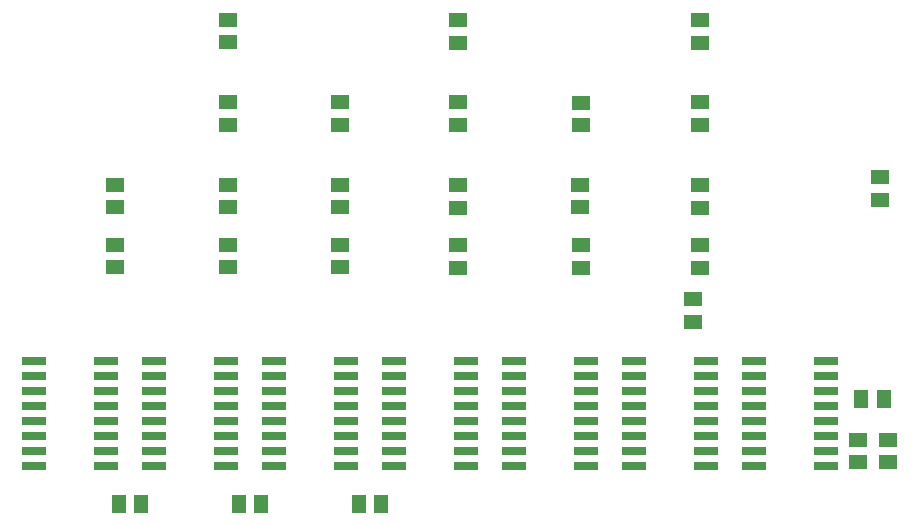
<source format=gbr>
G04 EAGLE Gerber X2 export*
%TF.Part,Single*%
%TF.FileFunction,Paste,Top*%
%TF.FilePolarity,Positive*%
%TF.GenerationSoftware,Autodesk,EAGLE,9.1.0*%
%TF.CreationDate,2019-12-30T04:36:43Z*%
G75*
%MOMM*%
%FSLAX34Y34*%
%LPD*%
%AMOC8*
5,1,8,0,0,1.08239X$1,22.5*%
G01*
%ADD10R,2.032000X0.660400*%
%ADD11R,1.300000X1.500000*%
%ADD12R,1.500000X1.300000*%


D10*
X597440Y70104D03*
X535972Y70104D03*
X597440Y82804D03*
X597440Y95504D03*
X535972Y82804D03*
X535972Y95504D03*
X597440Y108204D03*
X535972Y108204D03*
X597440Y120904D03*
X535972Y120904D03*
X597440Y133604D03*
X597440Y146304D03*
X535972Y133604D03*
X535972Y146304D03*
X597440Y159004D03*
X535972Y159004D03*
X637572Y159004D03*
X699040Y159004D03*
X637572Y146304D03*
X637572Y133604D03*
X699040Y146304D03*
X699040Y133604D03*
X637572Y120904D03*
X699040Y120904D03*
X637572Y108204D03*
X699040Y108204D03*
X637572Y95504D03*
X637572Y82804D03*
X699040Y95504D03*
X699040Y82804D03*
X637572Y70104D03*
X699040Y70104D03*
D11*
X728656Y127254D03*
X747656Y127254D03*
D12*
X750856Y73304D03*
X750856Y92304D03*
X725456Y92304D03*
X725456Y73304D03*
X591820Y257118D03*
X591820Y238118D03*
X592106Y289045D03*
X592106Y308045D03*
X592106Y359213D03*
X592106Y378213D03*
X591820Y428682D03*
X591820Y447682D03*
D10*
X495840Y70104D03*
X434372Y70104D03*
X495840Y82804D03*
X495840Y95504D03*
X434372Y82804D03*
X434372Y95504D03*
X495840Y108204D03*
X434372Y108204D03*
X495840Y120904D03*
X434372Y120904D03*
X495840Y133604D03*
X495840Y146304D03*
X434372Y133604D03*
X434372Y146304D03*
X495840Y159004D03*
X434372Y159004D03*
D12*
X491173Y257023D03*
X491173Y238023D03*
X490506Y289204D03*
X490506Y308204D03*
X491173Y358673D03*
X491173Y377673D03*
D10*
X394240Y70104D03*
X332772Y70104D03*
X394240Y82804D03*
X394240Y95504D03*
X332772Y82804D03*
X332772Y95504D03*
X394240Y108204D03*
X332772Y108204D03*
X394240Y120904D03*
X332772Y120904D03*
X394240Y133604D03*
X394240Y146304D03*
X332772Y133604D03*
X332772Y146304D03*
X394240Y159004D03*
X332772Y159004D03*
D12*
X387414Y257182D03*
X387414Y238182D03*
X387350Y289045D03*
X387350Y308045D03*
X387350Y359213D03*
X387350Y378213D03*
X387414Y428682D03*
X387414Y447682D03*
D10*
X292640Y70104D03*
X231172Y70104D03*
X292640Y82804D03*
X292640Y95504D03*
X231172Y82804D03*
X231172Y95504D03*
X292640Y108204D03*
X231172Y108204D03*
X292640Y120904D03*
X231172Y120904D03*
X292640Y133604D03*
X292640Y146304D03*
X231172Y133604D03*
X231172Y146304D03*
X292640Y159004D03*
X231172Y159004D03*
D12*
X287306Y257404D03*
X287306Y238404D03*
X287306Y289204D03*
X287306Y308204D03*
X287306Y359054D03*
X287306Y378054D03*
D10*
X191040Y70104D03*
X129572Y70104D03*
X191040Y82804D03*
X191040Y95504D03*
X129572Y82804D03*
X129572Y95504D03*
X191040Y108204D03*
X129572Y108204D03*
X191040Y120904D03*
X129572Y120904D03*
X191040Y133604D03*
X191040Y146304D03*
X129572Y133604D03*
X129572Y146304D03*
X191040Y159004D03*
X129572Y159004D03*
D12*
X192056Y257404D03*
X192056Y238404D03*
X192056Y289204D03*
X192056Y308204D03*
X192056Y359054D03*
X192056Y378054D03*
X192056Y428904D03*
X192056Y447904D03*
D10*
X89440Y70104D03*
X27972Y70104D03*
X89440Y82804D03*
X89440Y95504D03*
X27972Y82804D03*
X27972Y95504D03*
X89440Y108204D03*
X27972Y108204D03*
X89440Y120904D03*
X27972Y120904D03*
X89440Y133604D03*
X89440Y146304D03*
X27972Y133604D03*
X27972Y146304D03*
X89440Y159004D03*
X27972Y159004D03*
D12*
X96806Y257404D03*
X96806Y238404D03*
X96806Y289204D03*
X96806Y308204D03*
X744506Y314554D03*
X744506Y295554D03*
D11*
X100006Y38354D03*
X119006Y38354D03*
X220606Y38354D03*
X201606Y38354D03*
D12*
X585819Y211271D03*
X585819Y192271D03*
D11*
X322206Y38354D03*
X303206Y38354D03*
M02*

</source>
